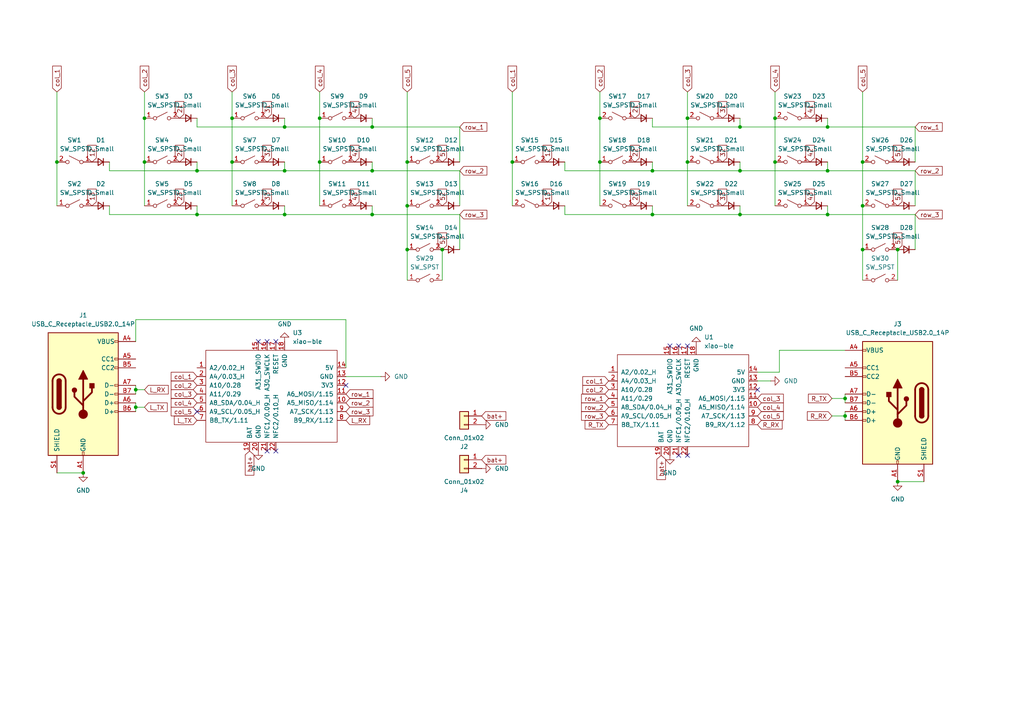
<source format=kicad_sch>
(kicad_sch (version 20250114) (generator "eeschema") (generator_version "9.0")
  (paper "A4")
  (lib_symbols
    (symbol "Connector:USB_C_Receptacle_USB2.0_14P" (pin_names (offset 1.016))
      (property "Reference" "J" (at 0 22.225 0))
      (property "Value" "USB_C_Receptacle_USB2.0_14P" (at 0 19.685 0))
      (symbol "USB_C_Receptacle_USB2.0_14P_0_0"
        (rectangle (start -0.254 -17.78) (end 0.254 -16.764))
        (rectangle (start 10.16 15.494) (end 9.144 14.986))
        (rectangle (start 10.16 10.414) (end 9.144 9.906))
        (rectangle (start 10.16 7.874) (end 9.144 7.366))
        (rectangle (start 10.16 2.794) (end 9.144 2.286))
        (rectangle (start 10.16 0.254) (end 9.144 -0.254))
        (rectangle (start 10.16 -2.286) (end 9.144 -2.794))
        (rectangle (start 10.16 -4.826) (end 9.144 -5.334))
      )
      (symbol "USB_C_Receptacle_USB2.0_14P_0_1"
        (rectangle (start -10.16 17.78) (end 10.16 -17.78) (stroke (width 0.254)) (fill (type background)))
        (polyline (pts (xy -8.89 -3.81) (xy -8.89 3.81)) (stroke (width 0.508)))
        (rectangle (start -7.62 -3.81) (end -6.35 3.81) (stroke (width 0.254)) (fill (type outline)))
        (arc (start -7.62 3.81) (mid -6.985 4.4423) (end -6.35 3.81) (stroke (width 0.254)))
        (arc (start -7.62 3.81) (mid -6.985 4.4423) (end -6.35 3.81) (stroke (width 0.254)) (fill (type outline)))
        (arc (start -8.89 3.81) (mid -6.985 5.7067) (end -5.08 3.81) (stroke (width 0.508)))
        (arc (start -5.08 -3.81) (mid -6.985 -5.7067) (end -8.89 -3.81) (stroke (width 0.508)))
        (arc (start -6.35 -3.81) (mid -6.985 -4.4423) (end -7.62 -3.81) (stroke (width 0.254)))
        (arc (start -6.35 -3.81) (mid -6.985 -4.4423) (end -7.62 -3.81) (stroke (width 0.254)) (fill (type outline)))
        (polyline (pts (xy -5.08 3.81) (xy -5.08 -3.81)) (stroke (width 0.508)))
        (circle (center -2.54 1.143) (radius 0.635) (stroke (width 0.254)) (fill (type outline)))
        (polyline (pts (xy -1.27 4.318) (xy 0 6.858) (xy 1.27 4.318) (xy -1.27 4.318)) (stroke (width 0.254)) (fill (type outline)))
        (polyline (pts (xy 0 -2.032) (xy 2.54 0.508) (xy 2.54 1.778)) (stroke (width 0.508)))
        (polyline (pts (xy 0 -3.302) (xy -2.54 -0.762) (xy -2.54 0.508)) (stroke (width 0.508)))
        (polyline (pts (xy 0 -5.842) (xy 0 4.318)) (stroke (width 0.508)))
        (circle (center 0 -5.842) (radius 1.27) (fill (type outline)))
        (rectangle (start 1.905 1.778) (end 3.175 3.048) (stroke (width 0.254)) (fill (type outline)))
      )
      (symbol "USB_C_Receptacle_USB2.0_14P_1_1"
        (pin passive line (at -7.62 -22.86 90) (length 5.08) (name "SHIELD") (number "S1"))
        (pin passive line (at 0 -22.86 90) (length 5.08) (name "GND") (number "A1"))
        (pin passive line (at 0 -22.86 90) (length 5.08) (hide yes) (name "GND") (number "A12"))
        (pin passive line (at 0 -22.86 90) (length 5.08) (hide yes) (name "GND") (number "B1"))
        (pin passive line (at 0 -22.86 90) (length 5.08) (hide yes) (name "GND") (number "B12"))
        (pin passive line (at 15.24 15.24 180) (length 5.08) (name "VBUS") (number "A4"))
        (pin passive line (at 15.24 15.24 180) (length 5.08) (hide yes) (name "VBUS") (number "A9"))
        (pin passive line (at 15.24 15.24 180) (length 5.08) (hide yes) (name "VBUS") (number "B4"))
        (pin passive line (at 15.24 15.24 180) (length 5.08) (hide yes) (name "VBUS") (number "B9"))
        (pin bidirectional line (at 15.24 10.16 180) (length 5.08) (name "CC1") (number "A5"))
        (pin bidirectional line (at 15.24 7.62 180) (length 5.08) (name "CC2") (number "B5"))
        (pin bidirectional line (at 15.24 2.54 180) (length 5.08) (name "D-") (number "A7"))
        (pin bidirectional line (at 15.24 0 180) (length 5.08) (name "D-") (number "B7"))
        (pin bidirectional line (at 15.24 -2.54 180) (length 5.08) (name "D+") (number "A6"))
        (pin bidirectional line (at 15.24 -5.08 180) (length 5.08) (name "D+") (number "B6"))
      )
    )
    (symbol "Connector_Generic:Conn_01x02" (pin_names (offset 1.016) (hide yes))
      (property "Reference" "J" (at 0 2.54 0))
      (property "Value" "Conn_01x02" (at 0 -5.08 0))
      (symbol "Conn_01x02_1_1"
        (rectangle (start -1.27 1.27) (end 1.27 -3.81) (stroke (width 0.254)) (fill (type background)))
        (rectangle (start -1.27 0.127) (end 0 -0.127) (stroke (width 0.1524)))
        (rectangle (start -1.27 -2.413) (end 0 -2.667) (stroke (width 0.1524)))
        (pin passive line (at -5.08 0 0) (length 3.81) (name "Pin_1") (number "1"))
        (pin passive line (at -5.08 -2.54 0) (length 3.81) (name "Pin_2") (number "2"))
      )
    )
    (symbol "Device:D_Small" (pin_numbers (hide yes)) (pin_names (offset 0.254) (hide yes))
      (property "Reference" "D" (at -1.27 2.032 0))
      (property "Value" "D_Small" (at -3.81 -2.032 0))
      (symbol "D_Small_0_1"
        (polyline (pts (xy -0.762 0) (xy 0.762 0)))
        (polyline (pts (xy -0.762 -1.016) (xy -0.762 1.016)) (stroke (width 0.254)))
        (polyline (pts (xy 0.762 -1.016) (xy -0.762 0) (xy 0.762 1.016) (xy 0.762 -1.016)) (stroke (width 0.254)))
      )
      (symbol "D_Small_1_1"
        (pin passive line (at -2.54 0 0) (length 1.778) (name "K") (number "1"))
        (pin passive line (at 2.54 0 180) (length 1.778) (name "A") (number "2"))
      )
    )
    (symbol "Switch:SW_SPST" (pin_names (offset 0) (hide yes))
      (property "Reference" "SW" (at 0 3.175 0))
      (property "Value" "SW_SPST" (at 0 -2.54 0))
      (symbol "SW_SPST_0_0"
        (circle (center -2.032 0) (radius 0.508))
        (polyline (pts (xy -1.524 0.254) (xy 1.524 1.778)))
        (circle (center 2.032 0) (radius 0.508))
      )
      (symbol "SW_SPST_1_1"
        (pin passive line (at -5.08 0 0) (length 2.54) (name "A") (number "1"))
        (pin passive line (at 5.08 0 180) (length 2.54) (name "B") (number "2"))
      )
    )
    (symbol "mcu:xiao-ble" (pin_names (offset 1.016))
      (property "Reference" "U" (at -17.78 16.51 0))
      (property "Value" "xiao-ble" (at -15.24 13.97 0))
      (symbol "xiao-ble_0_1"
        (rectangle (start -19.05 12.7) (end 19.05 -13.97))
      )
      (symbol "xiao-ble_1_1"
        (pin bidirectional line (at -21.59 7.62 0) (length 2.54) (name "A2/0.02_H") (number "1"))
        (pin bidirectional line (at -21.59 5.08 0) (length 2.54) (name "A4/0.03_H") (number "2"))
        (pin bidirectional line (at -21.59 2.54 0) (length 2.54) (name "A10/0.28") (number "3"))
        (pin bidirectional line (at -21.59 0 0) (length 2.54) (name "A11/0.29") (number "4"))
        (pin bidirectional line (at -21.59 -2.54 0) (length 2.54) (name "A8_SDA/0.04_H") (number "5"))
        (pin bidirectional line (at -21.59 -5.08 0) (length 2.54) (name "A9_SCL/0.05_H") (number "6"))
        (pin bidirectional line (at -21.59 -7.62 0) (length 2.54) (name "B8_TX/1.11") (number "7"))
        (pin bidirectional line (at -6.35 -16.51 90) (length 2.54) (name "BAT") (number "19"))
        (pin input line (at -3.81 15.24 270) (length 2.54) (name "A31_SWDIO") (number "15"))
        (pin power_out line (at -3.81 -16.51 90) (length 2.54) (name "GND") (number "20"))
        (pin input line (at -1.27 15.24 270) (length 2.54) (name "A30_SWCLK") (number "16"))
        (pin bidirectional line (at -1.27 -16.51 90) (length 2.54) (name "NFC1/0.09_H") (number "21"))
        (pin input line (at 1.27 15.24 270) (length 2.54) (name "RESET") (number "17"))
        (pin bidirectional line (at 1.27 -16.51 90) (length 2.54) (name "NFC2/0.10_H") (number "22"))
        (pin power_out line (at 3.81 15.24 270) (length 2.54) (name "GND") (number "18"))
        (pin power_out line (at 21.59 7.62 180) (length 2.54) (name "5V") (number "14"))
        (pin power_out line (at 21.59 5.08 180) (length 2.54) (name "GND") (number "13"))
        (pin power_out line (at 21.59 2.54 180) (length 2.54) (name "3V3") (number "12"))
        (pin bidirectional line (at 21.59 0 180) (length 2.54) (name "A6_MOSI/1.15") (number "11"))
        (pin bidirectional line (at 21.59 -2.54 180) (length 2.54) (name "A5_MISO/1.14") (number "10"))
        (pin bidirectional line (at 21.59 -5.08 180) (length 2.54) (name "A7_SCK/1.13") (number "9"))
        (pin bidirectional line (at 21.59 -7.62 180) (length 2.54) (name "B9_RX/1.12") (number "8"))
      )
    )
    (symbol "power:GND" (power) (pin_numbers (hide yes)) (pin_names (offset 0) (hide yes))
      (property "Value" "GND" (at 0 -3.81 0))
      (symbol "GND_0_1"
        (polyline (pts (xy 0 0) (xy 0 -1.27) (xy 1.27 -1.27) (xy 0 -2.54) (xy -1.27 -1.27) (xy 0 -1.27)))
      )
      (symbol "GND_1_1"
        (pin power_in line (at 0 0 270) (length 0) (name "~") (number "1"))
      )
    )
  )
  (junction (at 128.27 72.39))
  (junction (at 92.71 46.99))
  (junction (at 41.91 46.99))
  (junction (at 82.55 36.83))
  (junction (at 107.95 62.23))
  (junction (at 16.51 46.99))
  (junction (at 240.03 62.23))
  (junction (at 214.63 62.23))
  (junction (at 250.19 46.99))
  (junction (at 250.19 59.69))
  (junction (at 224.79 34.29))
  (junction (at 173.99 34.29))
  (junction (at 82.55 62.23))
  (junction (at 118.11 72.39))
  (junction (at 189.23 49.53))
  (junction (at 189.23 62.23))
  (junction (at 245.11 120.65))
  (junction (at 199.39 34.29))
  (junction (at 67.31 34.29))
  (junction (at 92.71 34.29))
  (junction (at 118.11 59.69))
  (junction (at 245.11 115.57))
  (junction (at 199.39 46.99))
  (junction (at 224.79 46.99))
  (junction (at 67.31 46.99))
  (junction (at 41.91 34.29))
  (junction (at 57.15 49.53))
  (junction (at 173.99 46.99))
  (junction (at 260.35 139.7))
  (junction (at 39.37 118.11))
  (junction (at 260.35 72.39))
  (junction (at 214.63 36.83))
  (junction (at 39.37 113.03))
  (junction (at 240.03 36.83))
  (junction (at 250.19 72.39))
  (junction (at 107.95 49.53))
  (junction (at 118.11 46.99))
  (junction (at 240.03 49.53))
  (junction (at 214.63 49.53))
  (junction (at 148.59 46.99))
  (junction (at 57.15 62.23))
  (junction (at 82.55 49.53))
  (junction (at 107.95 36.83))
  (junction (at 24.13 137.16))
  (no_connect (at 80.01 99.06))
  (no_connect (at 77.47 130.81))
  (no_connect (at 100.33 111.76))
  (no_connect (at 194.31 100.33))
  (no_connect (at 74.93 99.06))
  (no_connect (at 80.01 130.81))
  (no_connect (at 57.15 119.38))
  (no_connect (at 219.71 113.03))
  (no_connect (at 199.39 100.33))
  (no_connect (at 196.85 100.33))
  (no_connect (at 199.39 132.08))
  (no_connect (at 196.85 132.08))
  (no_connect (at 77.47 99.06))
  (wire (pts (xy 16.51 46.99) (xy 16.51 59.69)))
  (wire (pts (xy 39.37 92.71) (xy 100.33 92.71)))
  (wire (pts (xy 82.55 62.23) (xy 107.95 62.23)))
  (wire (pts (xy 173.99 34.29) (xy 173.99 46.99)))
  (wire (pts (xy 128.27 72.39) (xy 128.27 81.28)))
  (wire (pts (xy 41.91 34.29) (xy 41.91 46.99)))
  (wire (pts (xy 250.19 72.39) (xy 250.19 81.28)))
  (wire (pts (xy 57.15 36.83) (xy 82.55 36.83)))
  (wire (pts (xy 92.71 46.99) (xy 92.71 59.69)))
  (wire (pts (xy 189.23 36.83) (xy 214.63 36.83)))
  (wire (pts (xy 82.55 59.69) (xy 82.55 62.23)))
  (wire (pts (xy 189.23 49.53) (xy 214.63 49.53)))
  (wire (pts (xy 214.63 59.69) (xy 214.63 62.23)))
  (wire (pts (xy 241.3 115.57) (xy 245.11 115.57)))
  (wire (pts (xy 240.03 49.53) (xy 265.43 49.53)))
  (wire (pts (xy 199.39 34.29) (xy 199.39 46.99)))
  (wire (pts (xy 133.35 62.23) (xy 133.35 72.39)))
  (wire (pts (xy 110.49 109.22) (xy 100.33 109.22)))
  (wire (pts (xy 148.59 26.67) (xy 148.59 46.99)))
  (wire (pts (xy 31.75 46.99) (xy 31.75 49.53)))
  (wire (pts (xy 107.95 36.83) (xy 133.35 36.83)))
  (wire (pts (xy 214.63 49.53) (xy 240.03 49.53)))
  (wire (pts (xy 224.79 46.99) (xy 224.79 59.69)))
  (wire (pts (xy 240.03 36.83) (xy 265.43 36.83)))
  (wire (pts (xy 82.55 34.29) (xy 82.55 36.83)))
  (wire (pts (xy 41.91 118.11) (xy 39.37 118.11)))
  (wire (pts (xy 41.91 113.03) (xy 39.37 113.03)))
  (wire (pts (xy 245.11 120.65) (xy 245.11 121.92)))
  (wire (pts (xy 148.59 46.99) (xy 148.59 59.69)))
  (wire (pts (xy 214.63 36.83) (xy 240.03 36.83)))
  (wire (pts (xy 163.83 59.69) (xy 163.83 62.23)))
  (wire (pts (xy 260.35 72.39) (xy 260.35 81.28)))
  (wire (pts (xy 250.19 46.99) (xy 250.19 59.69)))
  (wire (pts (xy 57.15 34.29) (xy 57.15 36.83)))
  (wire (pts (xy 199.39 46.99) (xy 199.39 59.69)))
  (wire (pts (xy 189.23 62.23) (xy 214.63 62.23)))
  (wire (pts (xy 214.63 34.29) (xy 214.63 36.83)))
  (wire (pts (xy 199.39 26.67) (xy 199.39 34.29)))
  (wire (pts (xy 57.15 49.53) (xy 82.55 49.53)))
  (wire (pts (xy 107.95 49.53) (xy 133.35 49.53)))
  (wire (pts (xy 189.23 59.69) (xy 189.23 62.23)))
  (wire (pts (xy 67.31 34.29) (xy 67.31 46.99)))
  (wire (pts (xy 31.75 62.23) (xy 57.15 62.23)))
  (wire (pts (xy 41.91 46.99) (xy 41.91 59.69)))
  (wire (pts (xy 226.06 101.6) (xy 245.11 101.6)))
  (wire (pts (xy 118.11 46.99) (xy 118.11 59.69)))
  (wire (pts (xy 214.63 46.99) (xy 214.63 49.53)))
  (wire (pts (xy 250.19 59.69) (xy 250.19 72.39)))
  (wire (pts (xy 219.71 107.95) (xy 226.06 107.95)))
  (wire (pts (xy 224.79 34.29) (xy 224.79 46.99)))
  (wire (pts (xy 82.55 46.99) (xy 82.55 49.53)))
  (wire (pts (xy 245.11 115.57) (xy 245.11 116.84)))
  (wire (pts (xy 107.95 34.29) (xy 107.95 36.83)))
  (wire (pts (xy 240.03 46.99) (xy 240.03 49.53)))
  (wire (pts (xy 260.35 139.7) (xy 267.97 139.7)))
  (wire (pts (xy 223.52 110.49) (xy 219.71 110.49)))
  (wire (pts (xy 39.37 116.84) (xy 39.37 118.11)))
  (wire (pts (xy 133.35 36.83) (xy 133.35 46.99)))
  (wire (pts (xy 173.99 46.99) (xy 173.99 59.69)))
  (wire (pts (xy 240.03 34.29) (xy 240.03 36.83)))
  (wire (pts (xy 118.11 59.69) (xy 118.11 72.39)))
  (wire (pts (xy 39.37 113.03) (xy 39.37 114.3)))
  (wire (pts (xy 39.37 118.11) (xy 39.37 119.38)))
  (wire (pts (xy 224.79 26.67) (xy 224.79 34.29)))
  (wire (pts (xy 265.43 49.53) (xy 265.43 59.69)))
  (wire (pts (xy 100.33 92.71) (xy 100.33 106.68)))
  (wire (pts (xy 67.31 26.67) (xy 67.31 34.29)))
  (wire (pts (xy 133.35 49.53) (xy 133.35 59.69)))
  (wire (pts (xy 92.71 26.67) (xy 92.71 34.29)))
  (wire (pts (xy 16.51 26.67) (xy 16.51 46.99)))
  (wire (pts (xy 82.55 36.83) (xy 107.95 36.83)))
  (wire (pts (xy 31.75 59.69) (xy 31.75 62.23)))
  (wire (pts (xy 265.43 36.83) (xy 265.43 46.99)))
  (wire (pts (xy 118.11 72.39) (xy 118.11 81.28)))
  (wire (pts (xy 226.06 107.95) (xy 226.06 101.6)))
  (wire (pts (xy 57.15 62.23) (xy 82.55 62.23)))
  (wire (pts (xy 265.43 62.23) (xy 265.43 72.39)))
  (wire (pts (xy 240.03 59.69) (xy 240.03 62.23)))
  (wire (pts (xy 107.95 62.23) (xy 133.35 62.23)))
  (wire (pts (xy 57.15 46.99) (xy 57.15 49.53)))
  (wire (pts (xy 107.95 59.69) (xy 107.95 62.23)))
  (wire (pts (xy 245.11 114.3) (xy 245.11 115.57)))
  (wire (pts (xy 107.95 46.99) (xy 107.95 49.53)))
  (wire (pts (xy 57.15 59.69) (xy 57.15 62.23)))
  (wire (pts (xy 67.31 46.99) (xy 67.31 59.69)))
  (wire (pts (xy 189.23 34.29) (xy 189.23 36.83)))
  (wire (pts (xy 118.11 26.67) (xy 118.11 46.99)))
  (wire (pts (xy 241.3 120.65) (xy 245.11 120.65)))
  (wire (pts (xy 82.55 49.53) (xy 107.95 49.53)))
  (wire (pts (xy 92.71 34.29) (xy 92.71 46.99)))
  (wire (pts (xy 163.83 46.99) (xy 163.83 49.53)))
  (wire (pts (xy 163.83 62.23) (xy 189.23 62.23)))
  (wire (pts (xy 39.37 99.06) (xy 39.37 92.71)))
  (wire (pts (xy 41.91 26.67) (xy 41.91 34.29)))
  (wire (pts (xy 173.99 26.67) (xy 173.99 34.29)))
  (wire (pts (xy 240.03 62.23) (xy 265.43 62.23)))
  (wire (pts (xy 214.63 62.23) (xy 240.03 62.23)))
  (wire (pts (xy 250.19 26.67) (xy 250.19 46.99)))
  (wire (pts (xy 245.11 119.38) (xy 245.11 120.65)))
  (wire (pts (xy 31.75 49.53) (xy 57.15 49.53)))
  (wire (pts (xy 163.83 49.53) (xy 189.23 49.53)))
  (wire (pts (xy 16.51 137.16) (xy 24.13 137.16)))
  (wire (pts (xy 39.37 111.76) (xy 39.37 113.03)))
  (wire (pts (xy 189.23 46.99) (xy 189.23 49.53)))
  (global_label "col_4" (shape input) (at 224.79 26.67 90) (property "Intersheetrefs" "${INTERSHEET_REFS}" (effects (hide yes))))
  (global_label "col_4" (shape input) (at 92.71 26.67 90) (property "Intersheetrefs" "${INTERSHEET_REFS}" (effects (hide yes))))
  (global_label "21" (shape input) (at 184.15 34.29 90) (property "Intersheetrefs" "${INTERSHEET_REFS}" (effects (hide yes))))
  (global_label "31" (shape input) (at 77.47 34.29 90) (property "Intersheetrefs" "${INTERSHEET_REFS}" (effects (hide yes))))
  (global_label "13" (shape input) (at 158.75 59.69 90) (property "Intersheetrefs" "${INTERSHEET_REFS}" (effects (hide yes))))
  (global_label "22" (shape input) (at 52.07 46.99 90) (property "Intersheetrefs" "${INTERSHEET_REFS}" (effects (hide yes))))
  (global_label "col_2" (shape input) (at 41.91 26.67 90) (property "Intersheetrefs" "${INTERSHEET_REFS}" (effects (hide yes))))
  (global_label "52" (shape input) (at 128.27 59.69 90) (property "Intersheetrefs" "${INTERSHEET_REFS}" (effects (hide yes))))
  (global_label "col_3" (shape input) (at 67.31 26.67 90) (property "Intersheetrefs" "${INTERSHEET_REFS}" (effects (hide yes))))
  (global_label "L_RX" (shape input) (at 100.33 121.92 0) (property "Intersheetrefs" "${INTERSHEET_REFS}" (effects (hide yes))))
  (global_label "row_2" (shape input) (at 133.35 49.53 0) (property "Intersheetrefs" "${INTERSHEET_REFS}" (effects (hide yes))))
  (global_label "41" (shape input) (at 234.95 34.29 90) (property "Intersheetrefs" "${INTERSHEET_REFS}" (effects (hide yes))))
  (global_label "31" (shape input) (at 209.55 34.29 90) (property "Intersheetrefs" "${INTERSHEET_REFS}" (effects (hide yes))))
  (global_label "32" (shape input) (at 209.55 46.99 90) (property "Intersheetrefs" "${INTERSHEET_REFS}" (effects (hide yes))))
  (global_label "row_1" (shape input) (at 133.35 36.83 0) (property "Intersheetrefs" "${INTERSHEET_REFS}" (effects (hide yes))))
  (global_label "col_4" (shape input) (at 219.71 118.11 0) (property "Intersheetrefs" "${INTERSHEET_REFS}" (effects (hide yes))))
  (global_label "42" (shape input) (at 234.95 46.99 90) (property "Intersheetrefs" "${INTERSHEET_REFS}" (effects (hide yes))))
  (global_label "bat+" (shape input) (at 72.39 130.81 270) (property "Intersheetrefs" "${INTERSHEET_REFS}" (effects (hide yes))))
  (global_label "33" (shape input) (at 77.47 59.69 90) (property "Intersheetrefs" "${INTERSHEET_REFS}" (effects (hide yes))))
  (global_label "col_1" (shape input) (at 176.53 110.49 180) (property "Intersheetrefs" "${INTERSHEET_REFS}" (effects (hide yes))))
  (global_label "col_4" (shape input) (at 57.15 116.84 180) (property "Intersheetrefs" "${INTERSHEET_REFS}" (effects (hide yes))))
  (global_label "col_5" (shape input) (at 250.19 26.67 90) (property "Intersheetrefs" "${INTERSHEET_REFS}" (effects (hide yes))))
  (global_label "row_2" (shape input) (at 176.53 118.11 180) (property "Intersheetrefs" "${INTERSHEET_REFS}" (effects (hide yes))))
  (global_label "52" (shape input) (at 260.35 59.69 90) (property "Intersheetrefs" "${INTERSHEET_REFS}" (effects (hide yes))))
  (global_label "L_TX" (shape input) (at 41.91 118.11 0) (property "Intersheetrefs" "${INTERSHEET_REFS}" (effects (hide yes))))
  (global_label "row_3" (shape input) (at 265.43 62.23 0) (property "Intersheetrefs" "${INTERSHEET_REFS}" (effects (hide yes))))
  (global_label "col_5" (shape input) (at 219.71 120.65 0) (property "Intersheetrefs" "${INTERSHEET_REFS}" (effects (hide yes))))
  (global_label "row_2" (shape input) (at 100.33 116.84 0) (property "Intersheetrefs" "${INTERSHEET_REFS}" (effects (hide yes))))
  (global_label "53" (shape input) (at 260.35 72.39 90) (property "Intersheetrefs" "${INTERSHEET_REFS}" (effects (hide yes))))
  (global_label "33" (shape input) (at 209.55 59.69 90) (property "Intersheetrefs" "${INTERSHEET_REFS}" (effects (hide yes))))
  (global_label "R_TX" (shape input) (at 241.3 115.57 180) (property "Intersheetrefs" "${INTERSHEET_REFS}" (effects (hide yes))))
  (global_label "13" (shape input) (at 26.67 59.69 90) (property "Intersheetrefs" "${INTERSHEET_REFS}" (effects (hide yes))))
  (global_label "bat+" (shape input) (at 139.7 133.35 0) (property "Intersheetrefs" "${INTERSHEET_REFS}" (effects (hide yes))))
  (global_label "col_3" (shape input) (at 219.71 115.57 0) (property "Intersheetrefs" "${INTERSHEET_REFS}" (effects (hide yes))))
  (global_label "23" (shape input) (at 52.07 59.69 90) (property "Intersheetrefs" "${INTERSHEET_REFS}" (effects (hide yes))))
  (global_label "row_1" (shape input) (at 176.53 115.57 180) (property "Intersheetrefs" "${INTERSHEET_REFS}" (effects (hide yes))))
  (global_label "col_5" (shape input) (at 118.11 26.67 90) (property "Intersheetrefs" "${INTERSHEET_REFS}" (effects (hide yes))))
  (global_label "bat+" (shape input) (at 191.77 132.08 270) (property "Intersheetrefs" "${INTERSHEET_REFS}" (effects (hide yes))))
  (global_label "42" (shape input) (at 102.87 46.99 90) (property "Intersheetrefs" "${INTERSHEET_REFS}" (effects (hide yes))))
  (global_label "R_RX" (shape input) (at 219.71 123.19 0) (property "Intersheetrefs" "${INTERSHEET_REFS}" (effects (hide yes))))
  (global_label "bat+" (shape input) (at 139.7 120.65 0) (property "Intersheetrefs" "${INTERSHEET_REFS}" (effects (hide yes))))
  (global_label "row_2" (shape input) (at 265.43 49.53 0) (property "Intersheetrefs" "${INTERSHEET_REFS}" (effects (hide yes))))
  (global_label "col_2" (shape input) (at 173.99 26.67 90) (property "Intersheetrefs" "${INTERSHEET_REFS}" (effects (hide yes))))
  (global_label "col_3" (shape input) (at 199.39 26.67 90) (property "Intersheetrefs" "${INTERSHEET_REFS}" (effects (hide yes))))
  (global_label "51" (shape input) (at 260.35 46.99 90) (property "Intersheetrefs" "${INTERSHEET_REFS}" (effects (hide yes))))
  (global_label "51" (shape input) (at 128.27 46.99 90) (property "Intersheetrefs" "${INTERSHEET_REFS}" (effects (hide yes))))
  (global_label "32" (shape input) (at 77.47 46.99 90) (property "Intersheetrefs" "${INTERSHEET_REFS}" (effects (hide yes))))
  (global_label "row_3" (shape input) (at 133.35 62.23 0) (property "Intersheetrefs" "${INTERSHEET_REFS}" (effects (hide yes))))
  (global_label "21" (shape input) (at 52.07 34.29 90) (property "Intersheetrefs" "${INTERSHEET_REFS}" (effects (hide yes))))
  (global_label "L_RX" (shape input) (at 41.91 113.03 0) (property "Intersheetrefs" "${INTERSHEET_REFS}" (effects (hide yes))))
  (global_label "col_1" (shape input) (at 148.59 26.67 90) (property "Intersheetrefs" "${INTERSHEET_REFS}" (effects (hide yes))))
  (global_label "col_2" (shape input) (at 57.15 111.76 180) (property "Intersheetrefs" "${INTERSHEET_REFS}" (effects (hide yes))))
  (global_label "col_5" (shape input) (at 57.15 119.38 180) (property "Intersheetrefs" "${INTERSHEET_REFS}" (effects (hide yes))))
  (global_label "23" (shape input) (at 184.15 59.69 90) (property "Intersheetrefs" "${INTERSHEET_REFS}" (effects (hide yes))))
  (global_label "L_TX" (shape input) (at 57.15 121.92 180) (property "Intersheetrefs" "${INTERSHEET_REFS}" (effects (hide yes))))
  (global_label "col_1" (shape input) (at 16.51 26.67 90) (property "Intersheetrefs" "${INTERSHEET_REFS}" (effects (hide yes))))
  (global_label "R_TX" (shape input) (at 176.53 123.19 180) (property "Intersheetrefs" "${INTERSHEET_REFS}" (effects (hide yes))))
  (global_label "53" (shape input) (at 128.27 72.39 90) (property "Intersheetrefs" "${INTERSHEET_REFS}" (effects (hide yes))))
  (global_label "row_3" (shape input) (at 100.33 119.38 0) (property "Intersheetrefs" "${INTERSHEET_REFS}" (effects (hide yes))))
  (global_label "row_1" (shape input) (at 265.43 36.83 0) (property "Intersheetrefs" "${INTERSHEET_REFS}" (effects (hide yes))))
  (global_label "22" (shape input) (at 184.15 46.99 90) (property "Intersheetrefs" "${INTERSHEET_REFS}" (effects (hide yes))))
  (global_label "col_1" (shape input) (at 57.15 109.22 180) (property "Intersheetrefs" "${INTERSHEET_REFS}" (effects (hide yes))))
  (global_label "row_3" (shape input) (at 176.53 120.65 180) (property "Intersheetrefs" "${INTERSHEET_REFS}" (effects (hide yes))))
  (global_label "R_RX" (shape input) (at 241.3 120.65 180) (property "Intersheetrefs" "${INTERSHEET_REFS}" (effects (hide yes))))
  (global_label "12" (shape input) (at 26.67 46.99 90) (property "Intersheetrefs" "${INTERSHEET_REFS}" (effects (hide yes))))
  (global_label "col_3" (shape input) (at 57.15 114.3 180) (property "Intersheetrefs" "${INTERSHEET_REFS}" (effects (hide yes))))
  (global_label "43" (shape input) (at 102.87 59.69 90) (property "Intersheetrefs" "${INTERSHEET_REFS}" (effects (hide yes))))
  (global_label "43" (shape input) (at 234.95 59.69 90) (property "Intersheetrefs" "${INTERSHEET_REFS}" (effects (hide yes))))
  (global_label "col_2" (shape input) (at 176.53 113.03 180) (property "Intersheetrefs" "${INTERSHEET_REFS}" (effects (hide yes))))
  (global_label "41" (shape input) (at 102.87 34.29 90) (property "Intersheetrefs" "${INTERSHEET_REFS}" (effects (hide yes))))
  (global_label "row_1" (shape input) (at 100.33 114.3 0) (property "Intersheetrefs" "${INTERSHEET_REFS}" (effects (hide yes))))
  (global_label "12" (shape input) (at 158.75 46.99 90) (property "Intersheetrefs" "${INTERSHEET_REFS}" (effects (hide yes))))
  (symbol (lib_id "Switch:SW_SPST") (at 21.59 46.99 0) (mirror y) (unit 1)
    (property "Reference" "SW1" (at 21.59 40.64 0))
    (property "Value" "SW_SPST" (at 21.59 43.18 0))
    (property "Footprint" "weteor:ChocV2_HS_1u" (effects (hide yes)))
    (property "Description" "Single Pole Single Throw (SPST) switch" (effects (hide yes)))
  )
  (symbol (lib_id "Switch:SW_SPST") (at 46.99 59.69 0) (unit 1)
    (property "Reference" "SW5" (at 46.99 53.34 0))
    (property "Value" "SW_SPST" (at 46.99 55.88 0))
    (property "Footprint" "weteor:ChocV2_HS_1u" (effects (hide yes)))
    (property "Description" "Single Pole Single Throw (SPST) switch" (effects (hide yes)))
  )
  (symbol (lib_id "Switch:SW_SPST") (at 255.27 46.99 0) (mirror y) (unit 1)
    (property "Reference" "SW26" (at 255.27 40.64 0))
    (property "Value" "SW_SPST" (at 255.27 43.18 0))
    (property "Footprint" "weteor:ChocV2_HS_1u" (effects (hide yes)))
    (property "Description" "Single Pole Single Throw (SPST) switch" (effects (hide yes)))
  )
  (symbol (lib_id "power:GND") (at 223.52 110.49 90) (unit 1)
    (property "Reference" "#PWR08" (effects (hide yes)))
    (property "Value" "GND" (at 227.33 110.49 90) (effects (justify right)))
    (property "Description" "Power symbol creates a global label with name \"GND\" , ground" (effects (hide yes)))
  )
  (symbol (lib_id "Device:D_Small") (at 54.61 34.29 180) (unit 1)
    (property "Reference" "D3" (at 54.61 27.94 0))
    (property "Value" "D_Small" (at 54.61 30.48 0))
    (property "Footprint" "weteor:D_SOD-123" (effects (hide yes)))
    (property "Description" "Diode, small symbol" (effects (hide yes)))
    (property "Sim.Device" "D" (effects (hide yes)))
    (property "Sim.Pins" "1=K 2=A" (effects (hide yes)))
  )
  (symbol (lib_id "Switch:SW_SPST") (at 204.47 46.99 0) (mirror y) (unit 1)
    (property "Reference" "SW21" (at 204.47 40.64 0))
    (property "Value" "SW_SPST" (at 204.47 43.18 0))
    (property "Footprint" "weteor:ChocV2_HS_1u" (effects (hide yes)))
    (property "Description" "Single Pole Single Throw (SPST) switch" (effects (hide yes)))
  )
  (symbol (lib_id "Connector:USB_C_Receptacle_USB2.0_14P") (at 24.13 114.3 0) (unit 1)
    (property "Reference" "J1" (at 24.13 91.44 0))
    (property "Value" "USB_C_Receptacle_USB2.0_14P" (at 24.13 93.98 0))
    (property "Footprint" "weteor:USB-C-12-Pin-MidMount" (effects (hide yes)))
    (property "Datasheet" "https://www.usb.org/sites/default/files/documents/usb_type-c.zip" (effects (hide yes)))
    (property "Description" "USB 2.0-only 14P Type-C Receptacle connector" (effects (hide yes)))
  )
  (symbol (lib_id "power:GND") (at 82.55 99.06 180) (unit 1)
    (property "Reference" "#PWR01" (effects (hide yes)))
    (property "Value" "GND" (at 82.55 93.98 0))
    (property "Description" "Power symbol creates a global label with name \"GND\" , ground" (effects (hide yes)))
  )
  (symbol (lib_id "Device:D_Small") (at 54.61 46.99 180) (unit 1)
    (property "Reference" "D4" (at 54.61 40.64 0))
    (property "Value" "D_Small" (at 54.61 43.18 0))
    (property "Footprint" "weteor:D_SOD-123" (effects (hide yes)))
    (property "Description" "Diode, small symbol" (effects (hide yes)))
    (property "Sim.Device" "D" (effects (hide yes)))
    (property "Sim.Pins" "1=K 2=A" (effects (hide yes)))
  )
  (symbol (lib_id "Switch:SW_SPST") (at 204.47 34.29 0) (mirror y) (unit 1)
    (property "Reference" "SW20" (at 204.47 27.94 0))
    (property "Value" "SW_SPST" (at 204.47 30.48 0))
    (property "Footprint" "weteor:ChocV2_HS_1u" (effects (hide yes)))
    (property "Description" "Single Pole Single Throw (SPST) switch" (effects (hide yes)))
  )
  (symbol (lib_id "Switch:SW_SPST") (at 123.19 59.69 0) (unit 1)
    (property "Reference" "SW13" (at 123.19 53.34 0))
    (property "Value" "SW_SPST" (at 123.19 55.88 0))
    (property "Footprint" "weteor:ChocV2_HS_1u" (effects (hide yes)))
    (property "Description" "Single Pole Single Throw (SPST) switch" (effects (hide yes)))
  )
  (symbol (lib_id "Device:D_Small") (at 262.89 59.69 180) (unit 1)
    (property "Reference" "D27" (at 262.89 53.34 0))
    (property "Value" "D_Small" (at 262.89 55.88 0))
    (property "Footprint" "weteor:D_SOD-123" (effects (hide yes)))
    (property "Description" "Diode, small symbol" (effects (hide yes)))
    (property "Sim.Device" "D" (effects (hide yes)))
    (property "Sim.Pins" "1=K 2=A" (effects (hide yes)))
  )
  (symbol (lib_id "Connector_Generic:Conn_01x02") (at 134.62 120.65 0) (mirror y) (unit 1)
    (property "Reference" "J2" (at 134.62 129.54 0))
    (property "Value" "Conn_01x02" (at 134.62 127 0))
    (property "Footprint" "weteor:battery_pads" (effects (hide yes)))
    (property "Description" "Generic connector, single row, 01x02, script generated (kicad-library-utils/schlib/autogen/connector/)" (effects (hide yes)))
  )
  (symbol (lib_id "Switch:SW_SPST") (at 229.87 34.29 0) (mirror y) (unit 1)
    (property "Reference" "SW23" (at 229.87 27.94 0))
    (property "Value" "SW_SPST" (at 229.87 30.48 0))
    (property "Footprint" "weteor:ChocV2_HS_1u" (effects (hide yes)))
    (property "Description" "Single Pole Single Throw (SPST) switch" (effects (hide yes)))
  )
  (symbol (lib_id "mcu:xiao-ble") (at 198.12 115.57 0) (unit 1)
    (property "Reference" "U1" (at 204.2696 97.79 0) (effects (justify left)))
    (property "Value" "xiao-ble" (at 204.2696 100.33 0) (effects (justify left)))
    (property "Footprint" "weteor:xiao-ble-smd_upside_down" (effects (hide yes)))
  )
  (symbol (lib_id "Device:D_Small") (at 161.29 59.69 180) (unit 1)
    (property "Reference" "D16" (at 161.29 53.34 0))
    (property "Value" "D_Small" (at 161.29 55.88 0))
    (property "Footprint" "weteor:D_SOD-123" (effects (hide yes)))
    (property "Description" "Diode, small symbol" (effects (hide yes)))
    (property "Sim.Device" "D" (effects (hide yes)))
    (property "Sim.Pins" "1=K 2=A" (effects (hide yes)))
  )
  (symbol (lib_id "Device:D_Small") (at 237.49 46.99 180) (unit 1)
    (property "Reference" "D24" (at 237.49 40.64 0))
    (property "Value" "D_Small" (at 237.49 43.18 0))
    (property "Footprint" "weteor:D_SOD-123" (effects (hide yes)))
    (property "Description" "Diode, small symbol" (effects (hide yes)))
    (property "Sim.Device" "D" (effects (hide yes)))
    (property "Sim.Pins" "1=K 2=A" (effects (hide yes)))
  )
  (symbol (lib_id "Switch:SW_SPST") (at 229.87 46.99 0) (mirror y) (unit 1)
    (property "Reference" "SW24" (at 229.87 40.64 0))
    (property "Value" "SW_SPST" (at 229.87 43.18 0))
    (property "Footprint" "weteor:ChocV2_HS_1u" (effects (hide yes)))
    (property "Description" "Single Pole Single Throw (SPST) switch" (effects (hide yes)))
  )
  (symbol (lib_id "Connector_Generic:Conn_01x02") (at 134.62 133.35 0) (mirror y) (unit 1)
    (property "Reference" "J4" (at 134.62 142.24 0))
    (property "Value" "Conn_01x02" (at 134.62 139.7 0))
    (property "Footprint" "weteor:battery_pads" (effects (hide yes)))
    (property "Description" "Generic connector, single row, 01x02, script generated (kicad-library-utils/schlib/autogen/connector/)" (effects (hide yes)))
  )
  (symbol (lib_id "Switch:SW_SPST") (at 123.19 72.39 0) (unit 1)
    (property "Reference" "SW14" (at 123.19 66.04 0))
    (property "Value" "SW_SPST" (at 123.19 68.58 0))
    (property "Footprint" "weteor:ChocV2_HS_1.5u" (effects (hide yes)))
    (property "Description" "Single Pole Single Throw (SPST) switch" (effects (hide yes)))
  )
  (symbol (lib_id "Device:D_Small") (at 212.09 59.69 180) (unit 1)
    (property "Reference" "D22" (at 212.09 53.34 0))
    (property "Value" "D_Small" (at 212.09 55.88 0))
    (property "Footprint" "weteor:D_SOD-123" (effects (hide yes)))
    (property "Description" "Diode, small symbol" (effects (hide yes)))
    (property "Sim.Device" "D" (effects (hide yes)))
    (property "Sim.Pins" "1=K 2=A" (effects (hide yes)))
  )
  (symbol (lib_id "Device:D_Small") (at 80.01 59.69 180) (unit 1)
    (property "Reference" "D8" (at 80.01 53.34 0))
    (property "Value" "D_Small" (at 80.01 55.88 0))
    (property "Footprint" "weteor:D_SOD-123" (effects (hide yes)))
    (property "Description" "Diode, small symbol" (effects (hide yes)))
    (property "Sim.Device" "D" (effects (hide yes)))
    (property "Sim.Pins" "1=K 2=A" (effects (hide yes)))
  )
  (symbol (lib_id "Device:D_Small") (at 212.09 34.29 180) (unit 1)
    (property "Reference" "D20" (at 212.09 27.94 0))
    (property "Value" "D_Small" (at 212.09 30.48 0))
    (property "Footprint" "weteor:D_SOD-123" (effects (hide yes)))
    (property "Description" "Diode, small symbol" (effects (hide yes)))
    (property "Sim.Device" "D" (effects (hide yes)))
    (property "Sim.Pins" "1=K 2=A" (effects (hide yes)))
  )
  (symbol (lib_id "Switch:SW_SPST") (at 229.87 59.69 0) (mirror y) (unit 1)
    (property "Reference" "SW25" (at 229.87 53.34 0))
    (property "Value" "SW_SPST" (at 229.87 55.88 0))
    (property "Footprint" "weteor:ChocV2_HS_1u" (effects (hide yes)))
    (property "Description" "Single Pole Single Throw (SPST) switch" (effects (hide yes)))
  )
  (symbol (lib_id "Device:D_Small") (at 80.01 46.99 180) (unit 1)
    (property "Reference" "D7" (at 80.01 40.64 0))
    (property "Value" "D_Small" (at 80.01 43.18 0))
    (property "Footprint" "weteor:D_SOD-123" (effects (hide yes)))
    (property "Description" "Diode, small symbol" (effects (hide yes)))
    (property "Sim.Device" "D" (effects (hide yes)))
    (property "Sim.Pins" "1=K 2=A" (effects (hide yes)))
  )
  (symbol (lib_id "Switch:SW_SPST") (at 72.39 59.69 0) (unit 1)
    (property "Reference" "SW8" (at 72.39 53.34 0))
    (property "Value" "SW_SPST" (at 72.39 55.88 0))
    (property "Footprint" "weteor:ChocV2_HS_1u" (effects (hide yes)))
    (property "Description" "Single Pole Single Throw (SPST) switch" (effects (hide yes)))
  )
  (symbol (lib_id "Device:D_Small") (at 105.41 59.69 180) (unit 1)
    (property "Reference" "D11" (at 105.41 53.34 0))
    (property "Value" "D_Small" (at 105.41 55.88 0))
    (property "Footprint" "weteor:D_SOD-123" (effects (hide yes)))
    (property "Description" "Diode, small symbol" (effects (hide yes)))
    (property "Sim.Device" "D" (effects (hide yes)))
    (property "Sim.Pins" "1=K 2=A" (effects (hide yes)))
  )
  (symbol (lib_id "Switch:SW_SPST") (at 179.07 34.29 0) (mirror y) (unit 1)
    (property "Reference" "SW17" (at 179.07 27.94 0))
    (property "Value" "SW_SPST" (at 179.07 30.48 0))
    (property "Footprint" "weteor:ChocV2_HS_1u" (effects (hide yes)))
    (property "Description" "Single Pole Single Throw (SPST) switch" (effects (hide yes)))
  )
  (symbol (lib_id "Device:D_Small") (at 29.21 46.99 180) (unit 1)
    (property "Reference" "D1" (at 29.21 40.64 0))
    (property "Value" "D_Small" (at 29.21 43.18 0))
    (property "Footprint" "weteor:D_SOD-123" (effects (hide yes)))
    (property "Description" "Diode, small symbol" (effects (hide yes)))
    (property "Sim.Device" "D" (effects (hide yes)))
    (property "Sim.Pins" "1=K 2=A" (effects (hide yes)))
  )
  (symbol (lib_id "Device:D_Small") (at 54.61 59.69 180) (unit 1)
    (property "Reference" "D5" (at 54.61 53.34 0))
    (property "Value" "D_Small" (at 54.61 55.88 0))
    (property "Footprint" "weteor:D_SOD-123" (effects (hide yes)))
    (property "Description" "Diode, small symbol" (effects (hide yes)))
    (property "Sim.Device" "D" (effects (hide yes)))
    (property "Sim.Pins" "1=K 2=A" (effects (hide yes)))
  )
  (symbol (lib_id "Switch:SW_SPST") (at 97.79 59.69 0) (unit 1)
    (property "Reference" "SW11" (at 97.79 53.34 0))
    (property "Value" "SW_SPST" (at 97.79 55.88 0))
    (property "Footprint" "weteor:ChocV2_HS_1u" (effects (hide yes)))
    (property "Description" "Single Pole Single Throw (SPST) switch" (effects (hide yes)))
  )
  (symbol (lib_id "Device:D_Small") (at 29.21 59.69 180) (unit 1)
    (property "Reference" "D2" (at 29.21 53.34 0))
    (property "Value" "D_Small" (at 29.21 55.88 0))
    (property "Footprint" "weteor:D_SOD-123" (effects (hide yes)))
    (property "Description" "Diode, small symbol" (effects (hide yes)))
    (property "Sim.Device" "D" (effects (hide yes)))
    (property "Sim.Pins" "1=K 2=A" (effects (hide yes)))
  )
  (symbol (lib_id "power:GND") (at 139.7 123.19 90) (unit 1)
    (property "Reference" "#PWR010" (effects (hide yes)))
    (property "Value" "GND" (at 143.51 123.19 90) (effects (justify right)))
    (property "Description" "Power symbol creates a global label with name \"GND\" , ground" (effects (hide yes)))
  )
  (symbol (lib_id "Switch:SW_SPST") (at 204.47 59.69 0) (mirror y) (unit 1)
    (property "Reference" "SW22" (at 204.47 53.34 0))
    (property "Value" "SW_SPST" (at 204.47 55.88 0))
    (property "Footprint" "weteor:ChocV2_HS_1u" (effects (hide yes)))
    (property "Description" "Single Pole Single Throw (SPST) switch" (effects (hide yes)))
  )
  (symbol (lib_id "Switch:SW_SPST") (at 255.27 59.69 0) (mirror y) (unit 1)
    (property "Reference" "SW27" (at 255.27 53.34 0))
    (property "Value" "SW_SPST" (at 255.27 55.88 0))
    (property "Footprint" "weteor:ChocV2_HS_1u" (effects (hide yes)))
    (property "Description" "Single Pole Single Throw (SPST) switch" (effects (hide yes)))
  )
  (symbol (lib_id "Device:D_Small") (at 105.41 34.29 180) (unit 1)
    (property "Reference" "D9" (at 105.41 27.94 0))
    (property "Value" "D_Small" (at 105.41 30.48 0))
    (property "Footprint" "weteor:D_SOD-123" (effects (hide yes)))
    (property "Description" "Diode, small symbol" (effects (hide yes)))
    (property "Sim.Device" "D" (effects (hide yes)))
    (property "Sim.Pins" "1=K 2=A" (effects (hide yes)))
  )
  (symbol (lib_id "Switch:SW_SPST") (at 97.79 46.99 0) (unit 1)
    (property "Reference" "SW10" (at 97.79 40.64 0))
    (property "Value" "SW_SPST" (at 97.79 43.18 0))
    (property "Footprint" "weteor:ChocV2_HS_1u" (effects (hide yes)))
    (property "Description" "Single Pole Single Throw (SPST) switch" (effects (hide yes)))
  )
  (symbol (lib_id "mcu:xiao-ble") (at 78.74 114.3 0) (unit 1)
    (property "Reference" "U3" (at 84.8896 96.52 0) (effects (justify left)))
    (property "Value" "xiao-ble" (at 84.8896 99.06 0) (effects (justify left)))
    (property "Footprint" "weteor:xiao-ble-smd_upside_down" (effects (hide yes)))
  )
  (symbol (lib_id "Switch:SW_SPST") (at 46.99 34.29 0) (unit 1)
    (property "Reference" "SW3" (at 46.99 27.94 0))
    (property "Value" "SW_SPST" (at 46.99 30.48 0))
    (property "Footprint" "weteor:ChocV2_HS_1u" (effects (hide yes)))
    (property "Description" "Single Pole Single Throw (SPST) switch" (effects (hide yes)))
  )
  (symbol (lib_id "Device:D_Small") (at 186.69 34.29 180) (unit 1)
    (property "Reference" "D17" (at 186.69 27.94 0))
    (property "Value" "D_Small" (at 186.69 30.48 0))
    (property "Footprint" "weteor:D_SOD-123" (effects (hide yes)))
    (property "Description" "Diode, small symbol" (effects (hide yes)))
    (property "Sim.Device" "D" (effects (hide yes)))
    (property "Sim.Pins" "1=K 2=A" (effects (hide yes)))
  )
  (symbol (lib_id "Switch:SW_SPST") (at 123.19 81.28 0) (unit 1)
    (property "Reference" "SW29" (at 123.19 74.93 0))
    (property "Value" "SW_SPST" (at 123.19 77.47 0))
    (property "Footprint" "weteor:ChocV2_HS_1.25u" (effects (hide yes)))
    (property "Description" "Single Pole Single Throw (SPST) switch" (effects (hide yes)))
  )
  (symbol (lib_id "Switch:SW_SPST") (at 72.39 34.29 0) (unit 1)
    (property "Reference" "SW6" (at 72.39 27.94 0))
    (property "Value" "SW_SPST" (at 72.39 30.48 0))
    (property "Footprint" "weteor:ChocV2_HS_1u" (effects (hide yes)))
    (property "Description" "Single Pole Single Throw (SPST) switch" (effects (hide yes)))
  )
  (symbol (lib_id "power:GND") (at 139.7 135.89 90) (unit 1)
    (property "Reference" "#PWR03" (effects (hide yes)))
    (property "Value" "GND" (at 143.51 135.89 90) (effects (justify right)))
    (property "Description" "Power symbol creates a global label with name \"GND\" , ground" (effects (hide yes)))
  )
  (symbol (lib_id "Switch:SW_SPST") (at 46.99 46.99 0) (unit 1)
    (property "Reference" "SW4" (at 46.99 40.64 0))
    (property "Value" "SW_SPST" (at 46.99 43.18 0))
    (property "Footprint" "weteor:ChocV2_HS_1u" (effects (hide yes)))
    (property "Description" "Single Pole Single Throw (SPST) switch" (effects (hide yes)))
  )
  (symbol (lib_id "power:GND") (at 201.93 100.33 180) (unit 1)
    (property "Reference" "#PWR07" (effects (hide yes)))
    (property "Value" "GND" (at 201.93 95.25 0))
    (property "Description" "Power symbol creates a global label with name \"GND\" , ground" (effects (hide yes)))
  )
  (symbol (lib_id "Switch:SW_SPST") (at 153.67 46.99 0) (unit 1)
    (property "Reference" "SW15" (at 153.67 40.64 0))
    (property "Value" "SW_SPST" (at 153.67 43.18 0))
    (property "Footprint" "weteor:ChocV2_HS_1u" (effects (hide yes)))
    (property "Description" "Single Pole Single Throw (SPST) switch" (effects (hide yes)))
  )
  (symbol (lib_id "Connector:USB_C_Receptacle_USB2.0_14P") (at 260.35 116.84 0) (mirror y) (unit 1)
    (property "Reference" "J3" (at 260.35 93.98 0))
    (property "Value" "USB_C_Receptacle_USB2.0_14P" (at 260.35 96.52 0))
    (property "Footprint" "weteor:USB-C-12-Pin-MidMount" (effects (hide yes)))
    (property "Datasheet" "https://www.usb.org/sites/default/files/documents/usb_type-c.zip" (effects (hide yes)))
    (property "Description" "USB 2.0-only 14P Type-C Receptacle connector" (effects (hide yes)))
  )
  (symbol (lib_id "power:GND") (at 110.49 109.22 90) (unit 1)
    (property "Reference" "#PWR02" (effects (hide yes)))
    (property "Value" "GND" (at 114.3 109.22 90) (effects (justify right)))
    (property "Description" "Power symbol creates a global label with name \"GND\" , ground" (effects (hide yes)))
  )
  (symbol (lib_id "Device:D_Small") (at 161.29 46.99 180) (unit 1)
    (property "Reference" "D15" (at 161.29 40.64 0))
    (property "Value" "D_Small" (at 161.29 43.18 0))
    (property "Footprint" "weteor:D_SOD-123" (effects (hide yes)))
    (property "Description" "Diode, small symbol" (effects (hide yes)))
    (property "Sim.Device" "D" (effects (hide yes)))
    (property "Sim.Pins" "1=K 2=A" (effects (hide yes)))
  )
  (symbol (lib_id "Switch:SW_SPST") (at 179.07 46.99 0) (unit 1)
    (property "Reference" "SW18" (at 179.07 40.64 0))
    (property "Value" "SW_SPST" (at 179.07 43.18 0))
    (property "Footprint" "weteor:ChocV2_HS_1u" (effects (hide yes)))
    (property "Description" "Single Pole Single Throw (SPST) switch" (effects (hide yes)))
  )
  (symbol (lib_id "Device:D_Small") (at 130.81 72.39 180) (unit 1)
    (property "Reference" "D14" (at 130.81 66.04 0))
    (property "Value" "D_Small" (at 130.81 68.58 0))
    (property "Footprint" "weteor:D_SOD-123" (effects (hide yes)))
    (property "Description" "Diode, small symbol" (effects (hide yes)))
    (property "Sim.Device" "D" (effects (hide yes)))
    (property "Sim.Pins" "1=K 2=A" (effects (hide yes)))
  )
  (symbol (lib_id "Device:D_Small") (at 80.01 34.29 180) (unit 1)
    (property "Reference" "D6" (at 80.01 27.94 0))
    (property "Value" "D_Small" (at 80.01 30.48 0))
    (property "Footprint" "weteor:D_SOD-123" (effects (hide yes)))
    (property "Description" "Diode, small symbol" (effects (hide yes)))
    (property "Sim.Device" "D" (effects (hide yes)))
    (property "Sim.Pins" "1=K 2=A" (effects (hide yes)))
  )
  (symbol (lib_id "Device:D_Small") (at 262.89 72.39 180) (unit 1)
    (property "Reference" "D28" (at 262.89 66.04 0))
    (property "Value" "D_Small" (at 262.89 68.58 0))
    (property "Footprint" "weteor:D_SOD-123" (effects (hide yes)))
    (property "Description" "Diode, small symbol" (effects (hide yes)))
    (property "Sim.Device" "D" (effects (hide yes)))
    (property "Sim.Pins" "1=K 2=A" (effects (hide yes)))
  )
  (symbol (lib_id "Device:D_Small") (at 130.81 46.99 180) (unit 1)
    (property "Reference" "D12" (at 130.81 40.64 0))
    (property "Value" "D_Small" (at 130.81 43.18 0))
    (property "Footprint" "weteor:D_SOD-123" (effects (hide yes)))
    (property "Description" "Diode, small symbol" (effects (hide yes)))
    (property "Sim.Device" "D" (effects (hide yes)))
    (property "Sim.Pins" "1=K 2=A" (effects (hide yes)))
  )
  (symbol (lib_id "Switch:SW_SPST") (at 97.79 34.29 0) (unit 1)
    (property "Reference" "SW9" (at 97.79 27.94 0))
    (property "Value" "SW_SPST" (at 97.79 30.48 0))
    (property "Footprint" "weteor:ChocV2_HS_1u" (effects (hide yes)))
    (property "Description" "Single Pole Single Throw (SPST) switch" (effects (hide yes)))
  )
  (symbol (lib_id "Switch:SW_SPST") (at 72.39 46.99 0) (unit 1)
    (property "Reference" "SW7" (at 72.39 40.64 0))
    (property "Value" "SW_SPST" (at 72.39 43.18 0))
    (property "Footprint" "weteor:ChocV2_HS_1u" (effects (hide yes)))
    (property "Description" "Single Pole Single Throw (SPST) switch" (effects (hide yes)))
  )
  (symbol (lib_id "Switch:SW_SPST") (at 21.59 59.69 0) (unit 1)
    (property "Reference" "SW2" (at 21.59 53.34 0))
    (property "Value" "SW_SPST" (at 21.59 55.88 0))
    (property "Footprint" "weteor:ChocV2_HS_1u" (effects (hide yes)))
    (property "Description" "Single Pole Single Throw (SPST) switch" (effects (hide yes)))
  )
  (symbol (lib_id "power:GND") (at 24.13 137.16 0) (unit 1)
    (property "Reference" "#PWR05" (effects (hide yes)))
    (property "Value" "GND" (at 24.13 142.24 0))
    (property "Description" "Power symbol creates a global label with name \"GND\" , ground" (effects (hide yes)))
  )
  (symbol (lib_id "Device:D_Small") (at 186.69 59.69 180) (unit 1)
    (property "Reference" "D19" (at 186.69 53.34 0))
    (property "Value" "D_Small" (at 186.69 55.88 0))
    (property "Footprint" "weteor:D_SOD-123" (effects (hide yes)))
    (property "Description" "Diode, small symbol" (effects (hide yes)))
    (property "Sim.Device" "D" (effects (hide yes)))
    (property "Sim.Pins" "1=K 2=A" (effects (hide yes)))
  )
  (symbol (lib_id "Device:D_Small") (at 212.09 46.99 180) (unit 1)
    (property "Reference" "D21" (at 212.09 40.64 0))
    (property "Value" "D_Small" (at 212.09 43.18 0))
    (property "Footprint" "weteor:D_SOD-123" (effects (hide yes)))
    (property "Description" "Diode, small symbol" (effects (hide yes)))
    (property "Sim.Device" "D" (effects (hide yes)))
    (property "Sim.Pins" "1=K 2=A" (effects (hide yes)))
  )
  (symbol (lib_id "Device:D_Small") (at 130.81 59.69 180) (unit 1)
    (property "Reference" "D13" (at 130.81 53.34 0))
    (property "Value" "D_Small" (at 130.81 55.88 0))
    (property "Footprint" "weteor:D_SOD-123" (effects (hide yes)))
    (property "Description" "Diode, small symbol" (effects (hide yes)))
    (property "Sim.Device" "D" (effects (hide yes)))
    (property "Sim.Pins" "1=K 2=A" (effects (hide yes)))
  )
  (symbol (lib_id "Switch:SW_SPST") (at 179.07 59.69 0) (mirror y) (unit 1)
    (property "Reference" "SW19" (at 179.07 53.34 0))
    (property "Value" "SW_SPST" (at 179.07 55.88 0))
    (property "Footprint" "weteor:ChocV2_HS_1u" (effects (hide yes)))
    (property "Description" "Single Pole Single Throw (SPST) switch" (effects (hide yes)))
  )
  (symbol (lib_id "Device:D_Small") (at 262.89 46.99 180) (unit 1)
    (property "Reference" "D26" (at 262.89 40.64 0))
    (property "Value" "D_Small" (at 262.89 43.18 0))
    (property "Footprint" "weteor:D_SOD-123" (effects (hide yes)))
    (property "Description" "Diode, small symbol" (effects (hide yes)))
    (property "Sim.Device" "D" (effects (hide yes)))
    (property "Sim.Pins" "1=K 2=A" (effects (hide yes)))
  )
  (symbol (lib_id "Device:D_Small") (at 237.49 59.69 180) (unit 1)
    (property "Reference" "D25" (at 237.49 53.34 0))
    (property "Value" "D_Small" (at 237.49 55.88 0))
    (property "Footprint" "weteor:D_SOD-123" (effects (hide yes)))
    (property "Description" "Diode, small symbol" (effects (hide yes)))
    (property "Sim.Device" "D" (effects (hide yes)))
    (property "Sim.Pins" "1=K 2=A" (effects (hide yes)))
  )
  (symbol (lib_id "Switch:SW_SPST") (at 153.67 59.69 0) (mirror y) (unit 1)
    (property "Reference" "SW16" (at 153.67 53.34 0))
    (property "Value" "SW_SPST" (at 153.67 55.88 0))
    (property "Footprint" "weteor:ChocV2_HS_1u" (effects (hide yes)))
    (property "Description" "Single Pole Single Throw (SPST) switch" (effects (hide yes)))
  )
  (symbol (lib_id "Device:D_Small") (at 105.41 46.99 180) (unit 1)
    (property "Reference" "D10" (at 105.41 40.64 0))
    (property "Value" "D_Small" (at 105.41 43.18 0))
    (property "Footprint" "weteor:D_SOD-123" (effects (hide yes)))
    (property "Description" "Diode, small symbol" (effects (hide yes)))
    (property "Sim.Device" "D" (effects (hide yes)))
    (property "Sim.Pins" "1=K 2=A" (effects (hide yes)))
  )
  (symbol (lib_id "power:GND") (at 260.35 139.7 0) (unit 1)
    (property "Reference" "#PWR04" (effects (hide yes)))
    (property "Value" "GND" (at 260.35 144.78 0))
    (property "Description" "Power symbol creates a global label with name \"GND\" , ground" (effects (hide yes)))
  )
  (symbol (lib_id "Device:D_Small") (at 186.69 46.99 180) (unit 1)
    (property "Reference" "D18" (at 186.69 40.64 0))
    (property "Value" "D_Small" (at 186.69 43.18 0))
    (property "Footprint" "weteor:D_SOD-123" (effects (hide yes)))
    (property "Description" "Diode, small symbol" (effects (hide yes)))
    (property "Sim.Device" "D" (effects (hide yes)))
    (property "Sim.Pins" "1=K 2=A" (effects (hide yes)))
  )
  (symbol (lib_id "Switch:SW_SPST") (at 255.27 72.39 0) (unit 1)
    (property "Reference" "SW28" (at 255.27 66.04 0))
    (property "Value" "SW_SPST" (at 255.27 68.58 0))
    (property "Footprint" "weteor:ChocV2_HS_1.5u" (effects (hide yes)))
    (property "Description" "Single Pole Single Throw (SPST) switch" (effects (hide yes)))
  )
  (symbol (lib_id "Switch:SW_SPST") (at 255.27 81.28 0) (unit 1)
    (property "Reference" "SW30" (at 255.27 74.93 0))
    (property "Value" "SW_SPST" (at 255.27 77.47 0))
    (property "Footprint" "weteor:ChocV2_HS_1.25u" (effects (hide yes)))
    (property "Description" "Single Pole Single Throw (SPST) switch" (effects (hide yes)))
  )
  (symbol (lib_id "Device:D_Small") (at 237.49 34.29 180) (unit 1)
    (property "Reference" "D23" (at 237.49 27.94 0))
    (property "Value" "D_Small" (at 237.49 30.48 0))
    (property "Footprint" "weteor:D_SOD-123" (effects (hide yes)))
    (property "Description" "Diode, small symbol" (effects (hide yes)))
    (property "Sim.Device" "D" (effects (hide yes)))
    (property "Sim.Pins" "1=K 2=A" (effects (hide yes)))
  )
  (symbol (lib_id "power:GND") (at 194.31 132.08 0) (unit 1)
    (property "Reference" "#PWR06" (effects (hide yes)))
    (property "Value" "GND" (at 194.31 137.16 0))
    (property "Description" "Power symbol creates a global label with name \"GND\" , ground" (effects (hide yes)))
  )
  (symbol (lib_id "Switch:SW_SPST") (at 123.19 46.99 0) (unit 1)
    (property "Reference" "SW12" (at 123.19 40.64 0))
    (property "Value" "SW_SPST" (at 123.19 43.18 0))
    (property "Footprint" "weteor:ChocV2_HS_1u" (effects (hide yes)))
    (property "Description" "Single Pole Single Throw (SPST) switch" (effects (hide yes)))
  )
  (symbol (lib_id "power:GND") (at 74.93 130.81 0) (unit 1)
    (property "Reference" "#PWR011" (effects (hide yes)))
    (property "Value" "GND" (at 74.93 135.89 0))
    (property "Description" "Power symbol creates a global label with name \"GND\" , ground" (effects (hide yes)))
  )
)
</source>
